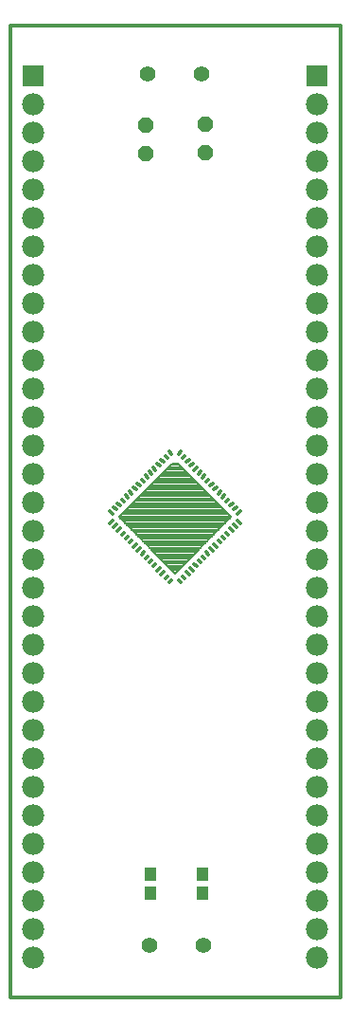
<source format=gts>
G75*
G70*
%OFA0B0*%
%FSLAX24Y24*%
%IPPOS*%
%LPD*%
%AMOC8*
5,1,8,0,0,1.08239X$1,22.5*
%
%ADD10C,0.0120*%
%ADD11C,0.0560*%
%ADD12R,0.0434X0.0473*%
%ADD13OC8,0.0560*%
%ADD14C,0.0138*%
%ADD15C,0.0080*%
%ADD16R,0.0780X0.0780*%
%ADD17C,0.0780*%
D10*
X000503Y000170D02*
X012157Y000170D01*
X012157Y034344D01*
X000503Y034344D01*
X000503Y000170D01*
D11*
X005403Y002015D03*
X007303Y002015D03*
X007258Y032642D03*
X005358Y032642D03*
D12*
X005442Y004519D03*
X005442Y003850D03*
X007288Y003866D03*
X007288Y004535D03*
D13*
X007392Y029870D03*
X007392Y030870D03*
X005280Y030869D03*
X005280Y029869D03*
D14*
X006106Y019372D02*
X006188Y019290D01*
X006049Y019151D02*
X005967Y019233D01*
X005828Y019093D02*
X005910Y019011D01*
X005770Y018872D02*
X005688Y018954D01*
X005549Y018815D02*
X005631Y018733D01*
X005492Y018594D02*
X005410Y018676D01*
X005271Y018537D02*
X005353Y018455D01*
X005214Y018315D02*
X005132Y018397D01*
X004992Y018258D02*
X005074Y018176D01*
X004935Y018037D02*
X004853Y018119D01*
X004714Y017980D02*
X004796Y017898D01*
X004657Y017759D02*
X004575Y017841D01*
X004436Y017702D02*
X004518Y017620D01*
X004378Y017480D02*
X004296Y017562D01*
X004157Y017423D02*
X004239Y017341D01*
X004100Y017202D02*
X004018Y017284D01*
X004100Y016950D02*
X004018Y016868D01*
X004157Y016729D02*
X004239Y016811D01*
X004378Y016671D02*
X004296Y016589D01*
X004436Y016450D02*
X004518Y016532D01*
X004657Y016393D02*
X004575Y016311D01*
X004714Y016172D02*
X004796Y016254D01*
X004935Y016115D02*
X004853Y016033D01*
X004992Y015893D02*
X005074Y015975D01*
X005214Y015836D02*
X005132Y015754D01*
X005271Y015615D02*
X005353Y015697D01*
X005492Y015558D02*
X005410Y015476D01*
X005549Y015337D02*
X005631Y015419D01*
X005770Y015280D02*
X005688Y015198D01*
X005828Y015058D02*
X005910Y015140D01*
X006049Y015001D02*
X005967Y014919D01*
X006106Y014780D02*
X006188Y014862D01*
X006440Y014862D02*
X006522Y014780D01*
X006661Y014919D02*
X006579Y015001D01*
X006718Y015140D02*
X006800Y015058D01*
X006940Y015198D02*
X006858Y015280D01*
X006997Y015419D02*
X007079Y015337D01*
X007218Y015476D02*
X007136Y015558D01*
X007275Y015697D02*
X007357Y015615D01*
X007496Y015754D02*
X007414Y015836D01*
X007554Y015975D02*
X007636Y015893D01*
X007775Y016033D02*
X007693Y016115D01*
X007832Y016254D02*
X007914Y016172D01*
X008053Y016311D02*
X007971Y016393D01*
X008110Y016532D02*
X008192Y016450D01*
X008332Y016589D02*
X008250Y016671D01*
X008389Y016811D02*
X008471Y016729D01*
X008610Y016868D02*
X008528Y016950D01*
X008528Y017202D02*
X008610Y017284D01*
X008471Y017423D02*
X008389Y017341D01*
X008250Y017480D02*
X008332Y017562D01*
X008192Y017702D02*
X008110Y017620D01*
X007971Y017759D02*
X008053Y017841D01*
X007914Y017980D02*
X007832Y017898D01*
X007693Y018037D02*
X007775Y018119D01*
X007636Y018258D02*
X007554Y018176D01*
X007414Y018315D02*
X007496Y018397D01*
X007357Y018537D02*
X007275Y018455D01*
X007136Y018594D02*
X007218Y018676D01*
X007079Y018815D02*
X006997Y018733D01*
X006858Y018872D02*
X006940Y018954D01*
X006800Y019093D02*
X006718Y019011D01*
X006579Y019151D02*
X006661Y019233D01*
X006522Y019372D02*
X006440Y019290D01*
D15*
X006411Y018955D02*
X006217Y018955D01*
X004337Y017076D01*
X006314Y015099D01*
X008291Y017076D01*
X006411Y018955D01*
X006464Y018903D02*
X006164Y018903D01*
X006086Y018824D02*
X006542Y018824D01*
X006621Y018746D02*
X006007Y018746D01*
X005929Y018667D02*
X006699Y018667D01*
X006778Y018589D02*
X005850Y018589D01*
X005772Y018510D02*
X006856Y018510D01*
X006935Y018432D02*
X005693Y018432D01*
X005615Y018353D02*
X007013Y018353D01*
X007092Y018275D02*
X005536Y018275D01*
X005458Y018196D02*
X007170Y018196D01*
X007249Y018117D02*
X005379Y018117D01*
X005300Y018039D02*
X007328Y018039D01*
X007406Y017960D02*
X005222Y017960D01*
X005143Y017882D02*
X007485Y017882D01*
X007563Y017803D02*
X005065Y017803D01*
X004986Y017725D02*
X007642Y017725D01*
X007720Y017646D02*
X004908Y017646D01*
X004829Y017568D02*
X007799Y017568D01*
X007877Y017489D02*
X004751Y017489D01*
X004672Y017411D02*
X007956Y017411D01*
X008034Y017332D02*
X004594Y017332D01*
X004515Y017253D02*
X008113Y017253D01*
X008191Y017175D02*
X004436Y017175D01*
X004358Y017096D02*
X008270Y017096D01*
X008233Y017018D02*
X004396Y017018D01*
X004474Y016939D02*
X008154Y016939D01*
X008075Y016861D02*
X004553Y016861D01*
X004631Y016782D02*
X007997Y016782D01*
X007918Y016704D02*
X004710Y016704D01*
X004788Y016625D02*
X007840Y016625D01*
X007761Y016547D02*
X004867Y016547D01*
X004945Y016468D02*
X007683Y016468D01*
X007604Y016389D02*
X005024Y016389D01*
X005102Y016311D02*
X007526Y016311D01*
X007447Y016232D02*
X005181Y016232D01*
X005259Y016154D02*
X007369Y016154D01*
X007290Y016075D02*
X005338Y016075D01*
X005417Y015997D02*
X007211Y015997D01*
X007133Y015918D02*
X005495Y015918D01*
X005574Y015840D02*
X007054Y015840D01*
X006976Y015761D02*
X005652Y015761D01*
X005731Y015683D02*
X006897Y015683D01*
X006819Y015604D02*
X005809Y015604D01*
X005888Y015526D02*
X006740Y015526D01*
X006662Y015447D02*
X005966Y015447D01*
X006045Y015368D02*
X006583Y015368D01*
X006505Y015290D02*
X006123Y015290D01*
X006202Y015211D02*
X006426Y015211D01*
X006347Y015133D02*
X006281Y015133D01*
D16*
X001314Y032576D03*
X011314Y032576D03*
D17*
X011314Y031576D03*
X011314Y030576D03*
X011314Y029576D03*
X011314Y028576D03*
X011314Y027576D03*
X011314Y026576D03*
X011314Y025576D03*
X011314Y024576D03*
X011314Y023576D03*
X011314Y022576D03*
X011314Y021576D03*
X011314Y020576D03*
X011314Y019576D03*
X011314Y018576D03*
X011314Y017576D03*
X011314Y016576D03*
X011314Y015576D03*
X011314Y014576D03*
X011314Y013576D03*
X011314Y012576D03*
X011314Y011576D03*
X011314Y010576D03*
X011314Y009576D03*
X011314Y008576D03*
X011314Y007576D03*
X011314Y006576D03*
X011314Y005576D03*
X011314Y004576D03*
X011314Y003576D03*
X011314Y002576D03*
X011314Y001576D03*
X001314Y001576D03*
X001314Y002576D03*
X001314Y003576D03*
X001314Y004576D03*
X001314Y005576D03*
X001314Y006576D03*
X001314Y007576D03*
X001314Y008576D03*
X001314Y009576D03*
X001314Y010576D03*
X001314Y011576D03*
X001314Y012576D03*
X001314Y013576D03*
X001314Y014576D03*
X001314Y015576D03*
X001314Y016576D03*
X001314Y017576D03*
X001314Y018576D03*
X001314Y019576D03*
X001314Y020576D03*
X001314Y021576D03*
X001314Y022576D03*
X001314Y023576D03*
X001314Y024576D03*
X001314Y025576D03*
X001314Y026576D03*
X001314Y027576D03*
X001314Y028576D03*
X001314Y029576D03*
X001314Y030576D03*
X001314Y031576D03*
M02*

</source>
